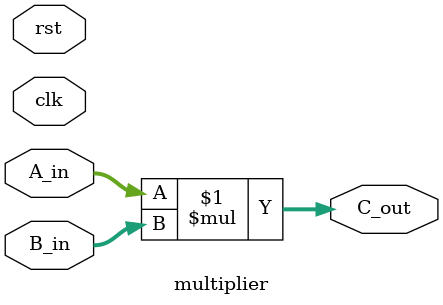
<source format=v>
module multiplier  #(
    parameter DATA_WIDTH = 16                               // 数据位宽，默认为16位
) (
    input                           clk,                    // 时钟信号
    input                           rst,                    // 复位信号

    input       [DATA_WIDTH-1:0]    A_in,                   // 乘数A
    input       [DATA_WIDTH-1:0]    B_in,                   // 乘数B
    output reg  [DATA_WIDTH-1:0]    C_out                   // 积
);
    assign C_out = A_in * B_in;

endmodule
</source>
